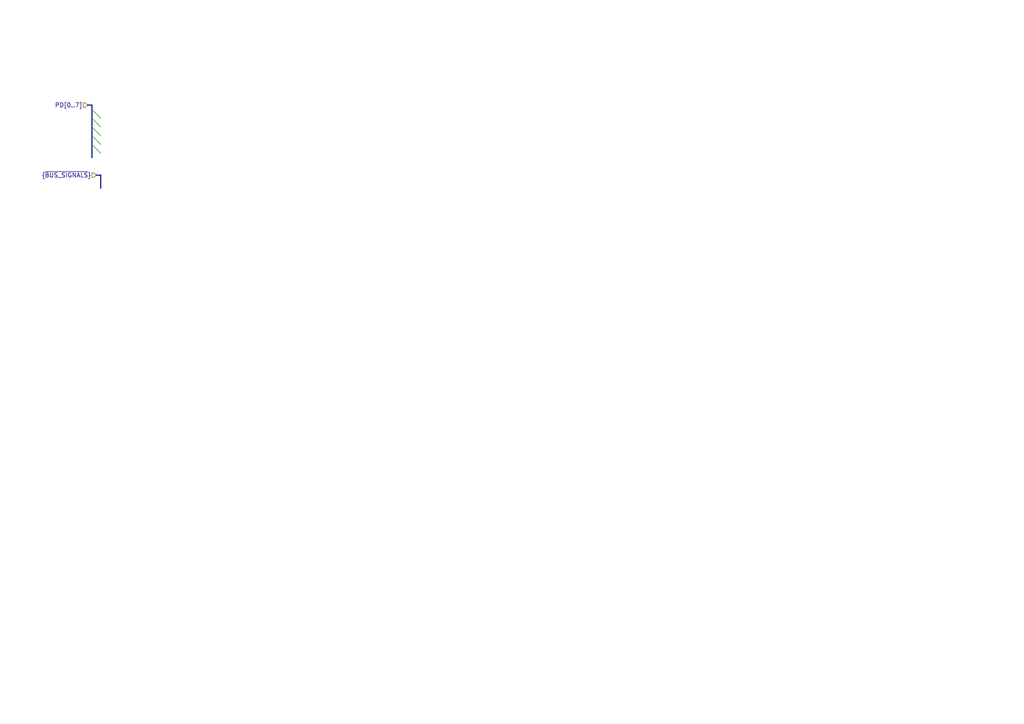
<source format=kicad_sch>
(kicad_sch
	(version 20250114)
	(generator "eeschema")
	(generator_version "9.0")
	(uuid "340530fb-69e3-45ac-88ca-794c7d5c262d")
	(paper "A4")
	(lib_symbols)
	(bus_entry
		(at 26.67 31.75)
		(size 2.54 2.54)
		(stroke
			(width 0)
			(type default)
		)
		(uuid "14d04a3a-e90d-49b1-aff6-2848fac7e7ff")
	)
	(bus_entry
		(at 26.67 34.29)
		(size 2.54 2.54)
		(stroke
			(width 0)
			(type default)
		)
		(uuid "158c6d75-1636-4d91-b310-84d83cf5b94c")
	)
	(bus_entry
		(at 26.67 36.83)
		(size 2.54 2.54)
		(stroke
			(width 0)
			(type default)
		)
		(uuid "55a600ab-8597-4167-a631-97958fcbe181")
	)
	(bus_entry
		(at 26.67 39.37)
		(size 2.54 2.54)
		(stroke
			(width 0)
			(type default)
		)
		(uuid "bd1c3f43-a1a8-435f-a21c-656ba7066ad4")
	)
	(bus_entry
		(at 29.21 44.45)
		(size -2.54 -2.54)
		(stroke
			(width 0)
			(type default)
		)
		(uuid "f0e9ee7f-ba5c-4023-9c57-8695de9bbb79")
	)
	(bus
		(pts
			(xy 26.67 36.83) (xy 26.67 39.37)
		)
		(stroke
			(width 0)
			(type default)
		)
		(uuid "0f3d1569-bf00-4c50-8e32-56d365469097")
	)
	(bus
		(pts
			(xy 26.67 30.48) (xy 26.67 31.75)
		)
		(stroke
			(width 0)
			(type default)
		)
		(uuid "16fdd3da-968c-4e5b-a719-0293633a99f3")
	)
	(bus
		(pts
			(xy 25.4 30.48) (xy 26.67 30.48)
		)
		(stroke
			(width 0)
			(type default)
		)
		(uuid "1c77ba1c-96a1-46cd-9dcf-3ec486fbbe9c")
	)
	(bus
		(pts
			(xy 26.67 39.37) (xy 26.67 41.91)
		)
		(stroke
			(width 0)
			(type default)
		)
		(uuid "3877a95e-2fff-4b4c-bbde-58fbf5b80ef0")
	)
	(bus
		(pts
			(xy 26.67 31.75) (xy 26.67 34.29)
		)
		(stroke
			(width 0)
			(type default)
		)
		(uuid "4ad9dda9-3152-4081-83df-f0c22b5b9de4")
	)
	(bus
		(pts
			(xy 26.67 41.91) (xy 26.67 45.72)
		)
		(stroke
			(width 0)
			(type default)
		)
		(uuid "baa65887-c099-4b93-a51a-e2271e23c5cb")
	)
	(bus
		(pts
			(xy 26.67 34.29) (xy 26.67 36.83)
		)
		(stroke
			(width 0)
			(type default)
		)
		(uuid "d29acd16-2a4d-4727-a8d7-d32a3566eb32")
	)
	(bus
		(pts
			(xy 29.21 50.8) (xy 29.21 54.61)
		)
		(stroke
			(width 0)
			(type default)
		)
		(uuid "d61c0807-8cfe-4fa6-aec2-911e062f71bd")
	)
	(bus
		(pts
			(xy 27.94 50.8) (xy 29.21 50.8)
		)
		(stroke
			(width 0)
			(type default)
		)
		(uuid "ee807dfe-15f4-464c-a429-d3f03f0b6959")
	)
	(hierarchical_label "{~{BUS_SIGNALS}}"
		(shape input)
		(at 27.94 50.8 180)
		(effects
			(font
				(size 1.27 1.27)
			)
			(justify right)
		)
		(uuid "cc74a18b-1ca4-4426-84b0-5fd0b8957d21")
	)
	(hierarchical_label "PD[0..7]"
		(shape input)
		(at 25.4 30.48 180)
		(effects
			(font
				(size 1.27 1.27)
			)
			(justify right)
		)
		(uuid "db74b61b-204f-45c4-aeca-0c21e77e8f96")
	)
)

</source>
